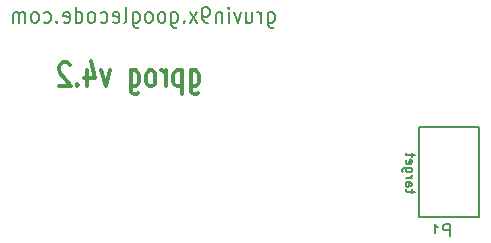
<source format=gbo>
G04 (created by PCBNEW-RS274X (2011-11-27 BZR 3249)-stable) date 13/09/2012 2:58:33 p.m.*
G01*
G70*
G90*
%MOIN*%
G04 Gerber Fmt 3.4, Leading zero omitted, Abs format*
%FSLAX34Y34*%
G04 APERTURE LIST*
%ADD10C,0.006000*%
%ADD11C,0.005100*%
%ADD12C,0.007900*%
%ADD13C,0.012000*%
%ADD14C,0.008000*%
%ADD15C,0.055400*%
%ADD16C,0.108600*%
%ADD17C,0.197500*%
%ADD18C,0.173900*%
%ADD19C,0.076000*%
%ADD20C,0.080000*%
%ADD21R,0.080000X0.080000*%
G04 APERTURE END LIST*
G54D10*
G54D11*
X22985Y-06683D02*
X22985Y-06563D01*
X23090Y-06638D02*
X22820Y-06638D01*
X22790Y-06623D01*
X22775Y-06593D01*
X22775Y-06563D01*
X22775Y-06323D02*
X22940Y-06323D01*
X22970Y-06338D01*
X22985Y-06368D01*
X22985Y-06428D01*
X22970Y-06458D01*
X22790Y-06323D02*
X22775Y-06353D01*
X22775Y-06428D01*
X22790Y-06458D01*
X22820Y-06473D01*
X22850Y-06473D01*
X22880Y-06458D01*
X22895Y-06428D01*
X22895Y-06353D01*
X22910Y-06323D01*
X22775Y-06173D02*
X22985Y-06173D01*
X22925Y-06173D02*
X22955Y-06158D01*
X22970Y-06143D01*
X22985Y-06113D01*
X22985Y-06083D01*
X22985Y-05843D02*
X22730Y-05843D01*
X22700Y-05858D01*
X22685Y-05873D01*
X22670Y-05903D01*
X22670Y-05948D01*
X22685Y-05978D01*
X22790Y-05843D02*
X22775Y-05873D01*
X22775Y-05933D01*
X22790Y-05963D01*
X22805Y-05978D01*
X22835Y-05993D01*
X22925Y-05993D01*
X22955Y-05978D01*
X22970Y-05963D01*
X22985Y-05933D01*
X22985Y-05873D01*
X22970Y-05843D01*
X22790Y-05573D02*
X22775Y-05603D01*
X22775Y-05663D01*
X22790Y-05693D01*
X22820Y-05708D01*
X22940Y-05708D01*
X22970Y-05693D01*
X22985Y-05663D01*
X22985Y-05603D01*
X22970Y-05573D01*
X22940Y-05558D01*
X22910Y-05558D01*
X22880Y-05708D01*
X22985Y-05468D02*
X22985Y-05348D01*
X23090Y-05423D02*
X22820Y-05423D01*
X22790Y-05408D01*
X22775Y-05378D01*
X22775Y-05348D01*
G54D12*
X18182Y-00661D02*
X18182Y-01075D01*
X18205Y-01124D01*
X18227Y-01149D01*
X18272Y-01173D01*
X18340Y-01173D01*
X18385Y-01149D01*
X18182Y-00978D02*
X18227Y-01002D01*
X18317Y-01002D01*
X18362Y-00978D01*
X18385Y-00953D01*
X18407Y-00905D01*
X18407Y-00758D01*
X18385Y-00710D01*
X18362Y-00685D01*
X18317Y-00661D01*
X18227Y-00661D01*
X18182Y-00685D01*
X17958Y-01002D02*
X17958Y-00661D01*
X17958Y-00758D02*
X17935Y-00710D01*
X17913Y-00685D01*
X17868Y-00661D01*
X17823Y-00661D01*
X17463Y-00661D02*
X17463Y-01002D01*
X17666Y-00661D02*
X17666Y-00929D01*
X17643Y-00978D01*
X17598Y-01002D01*
X17531Y-01002D01*
X17486Y-00978D01*
X17463Y-00953D01*
X17284Y-00661D02*
X17171Y-01002D01*
X17059Y-00661D01*
X16879Y-01002D02*
X16879Y-00661D01*
X16879Y-00490D02*
X16901Y-00515D01*
X16879Y-00539D01*
X16856Y-00515D01*
X16879Y-00490D01*
X16879Y-00539D01*
X16654Y-00661D02*
X16654Y-01002D01*
X16654Y-00710D02*
X16631Y-00685D01*
X16586Y-00661D01*
X16519Y-00661D01*
X16474Y-00685D01*
X16451Y-00734D01*
X16451Y-01002D01*
X16204Y-01002D02*
X16114Y-01002D01*
X16069Y-00978D01*
X16047Y-00953D01*
X16002Y-00880D01*
X15979Y-00783D01*
X15979Y-00588D01*
X16002Y-00539D01*
X16024Y-00515D01*
X16069Y-00490D01*
X16159Y-00490D01*
X16204Y-00515D01*
X16227Y-00539D01*
X16249Y-00588D01*
X16249Y-00710D01*
X16227Y-00758D01*
X16204Y-00783D01*
X16159Y-00807D01*
X16069Y-00807D01*
X16024Y-00783D01*
X16002Y-00758D01*
X15979Y-00710D01*
X15822Y-01002D02*
X15574Y-00661D01*
X15822Y-00661D02*
X15574Y-01002D01*
X15395Y-00953D02*
X15372Y-00978D01*
X15395Y-01002D01*
X15417Y-00978D01*
X15395Y-00953D01*
X15395Y-01002D01*
X14967Y-00661D02*
X14967Y-01075D01*
X14990Y-01124D01*
X15012Y-01149D01*
X15057Y-01173D01*
X15125Y-01173D01*
X15170Y-01149D01*
X14967Y-00978D02*
X15012Y-01002D01*
X15102Y-01002D01*
X15147Y-00978D01*
X15170Y-00953D01*
X15192Y-00905D01*
X15192Y-00758D01*
X15170Y-00710D01*
X15147Y-00685D01*
X15102Y-00661D01*
X15012Y-00661D01*
X14967Y-00685D01*
X14675Y-01002D02*
X14720Y-00978D01*
X14743Y-00953D01*
X14765Y-00905D01*
X14765Y-00758D01*
X14743Y-00710D01*
X14720Y-00685D01*
X14675Y-00661D01*
X14608Y-00661D01*
X14563Y-00685D01*
X14540Y-00710D01*
X14518Y-00758D01*
X14518Y-00905D01*
X14540Y-00953D01*
X14563Y-00978D01*
X14608Y-01002D01*
X14675Y-01002D01*
X14248Y-01002D02*
X14293Y-00978D01*
X14316Y-00953D01*
X14338Y-00905D01*
X14338Y-00758D01*
X14316Y-00710D01*
X14293Y-00685D01*
X14248Y-00661D01*
X14181Y-00661D01*
X14136Y-00685D01*
X14113Y-00710D01*
X14091Y-00758D01*
X14091Y-00905D01*
X14113Y-00953D01*
X14136Y-00978D01*
X14181Y-01002D01*
X14248Y-01002D01*
X13686Y-00661D02*
X13686Y-01075D01*
X13709Y-01124D01*
X13731Y-01149D01*
X13776Y-01173D01*
X13844Y-01173D01*
X13889Y-01149D01*
X13686Y-00978D02*
X13731Y-01002D01*
X13821Y-01002D01*
X13866Y-00978D01*
X13889Y-00953D01*
X13911Y-00905D01*
X13911Y-00758D01*
X13889Y-00710D01*
X13866Y-00685D01*
X13821Y-00661D01*
X13731Y-00661D01*
X13686Y-00685D01*
X13394Y-01002D02*
X13439Y-00978D01*
X13462Y-00929D01*
X13462Y-00490D01*
X13035Y-00978D02*
X13080Y-01002D01*
X13170Y-01002D01*
X13215Y-00978D01*
X13237Y-00929D01*
X13237Y-00734D01*
X13215Y-00685D01*
X13170Y-00661D01*
X13080Y-00661D01*
X13035Y-00685D01*
X13012Y-00734D01*
X13012Y-00783D01*
X13237Y-00832D01*
X12607Y-00978D02*
X12652Y-01002D01*
X12742Y-01002D01*
X12787Y-00978D01*
X12810Y-00953D01*
X12832Y-00905D01*
X12832Y-00758D01*
X12810Y-00710D01*
X12787Y-00685D01*
X12742Y-00661D01*
X12652Y-00661D01*
X12607Y-00685D01*
X12337Y-01002D02*
X12382Y-00978D01*
X12405Y-00953D01*
X12427Y-00905D01*
X12427Y-00758D01*
X12405Y-00710D01*
X12382Y-00685D01*
X12337Y-00661D01*
X12270Y-00661D01*
X12225Y-00685D01*
X12202Y-00710D01*
X12180Y-00758D01*
X12180Y-00905D01*
X12202Y-00953D01*
X12225Y-00978D01*
X12270Y-01002D01*
X12337Y-01002D01*
X11775Y-01002D02*
X11775Y-00490D01*
X11775Y-00978D02*
X11820Y-01002D01*
X11910Y-01002D01*
X11955Y-00978D01*
X11978Y-00953D01*
X12000Y-00905D01*
X12000Y-00758D01*
X11978Y-00710D01*
X11955Y-00685D01*
X11910Y-00661D01*
X11820Y-00661D01*
X11775Y-00685D01*
X11371Y-00978D02*
X11416Y-01002D01*
X11506Y-01002D01*
X11551Y-00978D01*
X11573Y-00929D01*
X11573Y-00734D01*
X11551Y-00685D01*
X11506Y-00661D01*
X11416Y-00661D01*
X11371Y-00685D01*
X11348Y-00734D01*
X11348Y-00783D01*
X11573Y-00832D01*
X11146Y-00953D02*
X11123Y-00978D01*
X11146Y-01002D01*
X11168Y-00978D01*
X11146Y-00953D01*
X11146Y-01002D01*
X10718Y-00978D02*
X10763Y-01002D01*
X10853Y-01002D01*
X10898Y-00978D01*
X10921Y-00953D01*
X10943Y-00905D01*
X10943Y-00758D01*
X10921Y-00710D01*
X10898Y-00685D01*
X10853Y-00661D01*
X10763Y-00661D01*
X10718Y-00685D01*
X10448Y-01002D02*
X10493Y-00978D01*
X10516Y-00953D01*
X10538Y-00905D01*
X10538Y-00758D01*
X10516Y-00710D01*
X10493Y-00685D01*
X10448Y-00661D01*
X10381Y-00661D01*
X10336Y-00685D01*
X10313Y-00710D01*
X10291Y-00758D01*
X10291Y-00905D01*
X10313Y-00953D01*
X10336Y-00978D01*
X10381Y-01002D01*
X10448Y-01002D01*
X10089Y-01002D02*
X10089Y-00661D01*
X10089Y-00710D02*
X10066Y-00685D01*
X10021Y-00661D01*
X09954Y-00661D01*
X09909Y-00685D01*
X09886Y-00734D01*
X09886Y-01002D01*
X09886Y-00734D02*
X09864Y-00685D01*
X09819Y-00661D01*
X09751Y-00661D01*
X09707Y-00685D01*
X09684Y-00734D01*
X09684Y-01002D01*
G54D13*
X15605Y-02597D02*
X15605Y-03245D01*
X15634Y-03321D01*
X15662Y-03359D01*
X15719Y-03397D01*
X15805Y-03397D01*
X15862Y-03359D01*
X15605Y-03093D02*
X15662Y-03131D01*
X15776Y-03131D01*
X15834Y-03093D01*
X15862Y-03055D01*
X15891Y-02978D01*
X15891Y-02750D01*
X15862Y-02674D01*
X15834Y-02636D01*
X15776Y-02597D01*
X15662Y-02597D01*
X15605Y-02636D01*
X15319Y-02597D02*
X15319Y-03397D01*
X15319Y-02636D02*
X15262Y-02597D01*
X15148Y-02597D01*
X15091Y-02636D01*
X15062Y-02674D01*
X15033Y-02750D01*
X15033Y-02978D01*
X15062Y-03055D01*
X15091Y-03093D01*
X15148Y-03131D01*
X15262Y-03131D01*
X15319Y-03093D01*
X14776Y-03131D02*
X14776Y-02597D01*
X14776Y-02750D02*
X14748Y-02674D01*
X14719Y-02636D01*
X14662Y-02597D01*
X14605Y-02597D01*
X14319Y-03131D02*
X14377Y-03093D01*
X14405Y-03055D01*
X14434Y-02978D01*
X14434Y-02750D01*
X14405Y-02674D01*
X14377Y-02636D01*
X14319Y-02597D01*
X14234Y-02597D01*
X14177Y-02636D01*
X14148Y-02674D01*
X14119Y-02750D01*
X14119Y-02978D01*
X14148Y-03055D01*
X14177Y-03093D01*
X14234Y-03131D01*
X14319Y-03131D01*
X13605Y-02597D02*
X13605Y-03245D01*
X13634Y-03321D01*
X13662Y-03359D01*
X13719Y-03397D01*
X13805Y-03397D01*
X13862Y-03359D01*
X13605Y-03093D02*
X13662Y-03131D01*
X13776Y-03131D01*
X13834Y-03093D01*
X13862Y-03055D01*
X13891Y-02978D01*
X13891Y-02750D01*
X13862Y-02674D01*
X13834Y-02636D01*
X13776Y-02597D01*
X13662Y-02597D01*
X13605Y-02636D01*
X12919Y-02597D02*
X12776Y-03131D01*
X12634Y-02597D01*
X12148Y-02597D02*
X12148Y-03131D01*
X12291Y-02293D02*
X12434Y-02864D01*
X12062Y-02864D01*
X11834Y-03055D02*
X11806Y-03093D01*
X11834Y-03131D01*
X11863Y-03093D01*
X11834Y-03055D01*
X11834Y-03131D01*
X11577Y-02407D02*
X11548Y-02369D01*
X11491Y-02331D01*
X11348Y-02331D01*
X11291Y-02369D01*
X11262Y-02407D01*
X11234Y-02483D01*
X11234Y-02559D01*
X11262Y-02674D01*
X11605Y-03131D01*
X11234Y-03131D01*
G54D14*
X25213Y-07484D02*
X25213Y-04484D01*
X23213Y-04484D02*
X23213Y-07484D01*
X23213Y-07484D02*
X25213Y-07484D01*
X25213Y-04484D02*
X23213Y-04484D01*
X24238Y-08116D02*
X24238Y-07716D01*
X24085Y-07716D01*
X24047Y-07735D01*
X24028Y-07754D01*
X24009Y-07792D01*
X24009Y-07849D01*
X24028Y-07887D01*
X24047Y-07906D01*
X24085Y-07925D01*
X24238Y-07925D01*
X23628Y-08116D02*
X23857Y-08116D01*
X23743Y-08116D02*
X23743Y-07716D01*
X23781Y-07773D01*
X23819Y-07811D01*
X23857Y-07830D01*
%LPC*%
G54D15*
X03622Y-08169D03*
X01890Y-08169D03*
G54D16*
X02166Y-03053D03*
G54D17*
X23478Y-08982D03*
G54D18*
X10828Y-09232D03*
G54D19*
X10398Y-03932D03*
X10398Y-01932D03*
G54D20*
X11978Y-05092D03*
X12978Y-05092D03*
X13978Y-06092D03*
X13978Y-05092D03*
G54D21*
X05538Y-02352D03*
G54D20*
X05538Y-03352D03*
X05538Y-04352D03*
X05538Y-05352D03*
G54D16*
X02264Y-04726D03*
X03445Y-03742D03*
X03347Y-02167D03*
G54D21*
X24713Y-04984D03*
G54D20*
X23713Y-04984D03*
X24713Y-05984D03*
X23713Y-05984D03*
X24713Y-06984D03*
X23713Y-06984D03*
M02*

</source>
